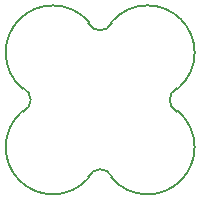
<source format=gm1>
G04 #@! TF.FileFunction,Profile,NP*
%FSLAX46Y46*%
G04 Gerber Fmt 4.6, Leading zero omitted, Abs format (unit mm)*
G04 Created by KiCad (PCBNEW 4.0.1-3.201512221402+6198~38~ubuntu14.04.1-stable) date Tue 01 Mar 2016 10:18:30 PM PST*
%MOMM*%
G01*
G04 APERTURE LIST*
%ADD10C,0.100000*%
%ADD11C,0.150000*%
G04 APERTURE END LIST*
D10*
D11*
X130572885Y-96060737D02*
G75*
G02X127500000Y-97500000I-3072885J2560737D01*
G01*
X132500000Y-96000000D02*
G75*
G03X130500000Y-96000000I-1000000J-500000D01*
G01*
X132427115Y-96060737D02*
G75*
G03X135500000Y-97500000I3072885J2560737D01*
G01*
X130572885Y-82939263D02*
G75*
G03X127500000Y-81500000I-3072885J-2560737D01*
G01*
X130500000Y-83000000D02*
G75*
G03X132500000Y-83000000I1000000J500000D01*
G01*
X132427115Y-82939263D02*
G75*
G02X135500000Y-81500000I3072885J-2560737D01*
G01*
X127500000Y-81500000D02*
G75*
G03X123500000Y-85500000I0J-4000000D01*
G01*
X124939263Y-90427115D02*
G75*
G03X123500000Y-93500000I2560737J-3072885D01*
G01*
X125000000Y-90500000D02*
G75*
G03X125000000Y-88500000I-500000J1000000D01*
G01*
X124939263Y-88572885D02*
G75*
G02X123500000Y-85500000I2560737J3072885D01*
G01*
X138000000Y-88500000D02*
G75*
G03X138000000Y-90500000I500000J-1000000D01*
G01*
X138060737Y-90427115D02*
G75*
G02X139500000Y-93500000I-2560737J-3072885D01*
G01*
X138060737Y-88572885D02*
G75*
G03X139500000Y-85500000I-2560737J3072885D01*
G01*
X135500000Y-97500000D02*
G75*
G03X139500000Y-93500000I0J4000000D01*
G01*
X139500000Y-85500000D02*
G75*
G03X135500000Y-81500000I-4000000J0D01*
G01*
X123500000Y-93500000D02*
G75*
G03X127500000Y-97500000I4000000J0D01*
G01*
M02*

</source>
